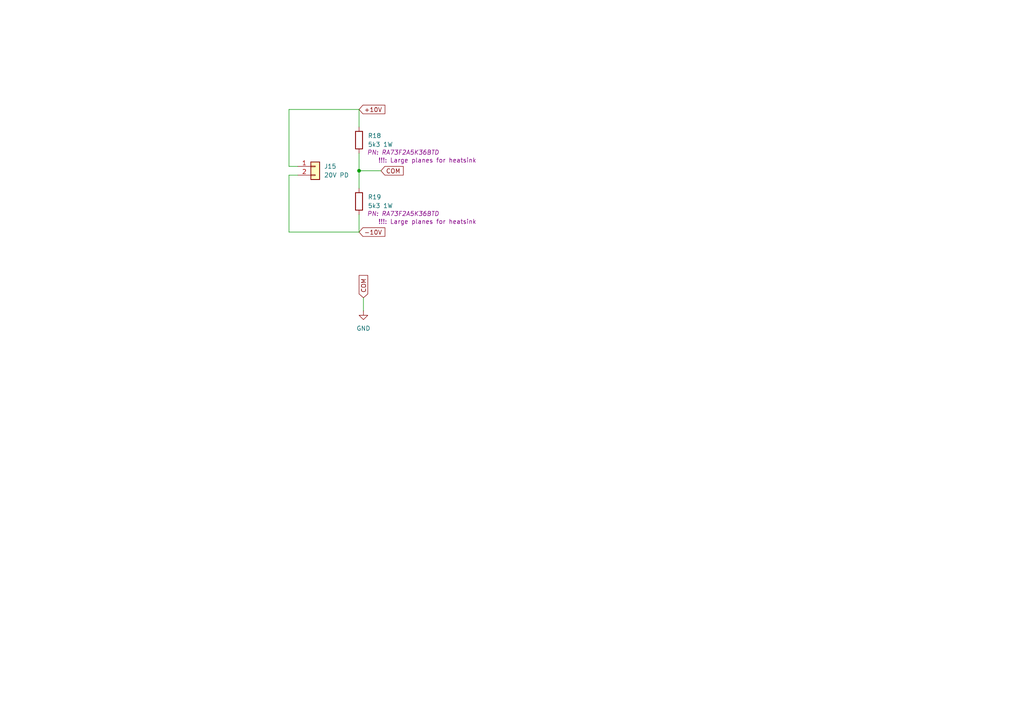
<source format=kicad_sch>
(kicad_sch (version 20231120) (generator "eeschema") (generator_version "8.0")
  (paper "A4")
  (title_block (title "Audio Thing Template") (rev "1.0") (company "velvia-fifty") (comment 1 "https://github.com/velvia-fifty/AudioThings") (comment 2 "You should have changed this already :)") (comment 4 "Stay humble"))
  (lib_symbols
    (symbol "Connector_Generic:Conn_01x02" (pin_names (offset 1.016) hide)
      (property "Reference" "J" (at 0 2.54 0))
      (property "Value" "Conn_01x02" (at 0 -5.08 0))
      (symbol "Conn_01x02_1_1"
        (rectangle (start -1.27 -2.413) (end 0 -2.667) (stroke (width 0.1524)))
        (rectangle (start -1.27 0.127) (end 0 -0.127) (stroke (width 0.1524)))
        (rectangle (start -1.27 1.27) (end 1.27 -3.81) (stroke (width 0.254)) (fill (type background)))
        (pin passive line (at -5.08 0 0) (length 3.81) (name "Pin_1") (number "1"))
        (pin passive line (at -5.08 -2.54 0) (length 3.81) (name "Pin_2") (number "2"))
      )
    )
    (symbol "Device:R" (pin_numbers hide) (pin_names (offset 0))
      (property "Reference" "R" (at 2.032 0 90))
      (property "Value" "R" (at 0 0 90))
      (symbol "R_0_1"
        (rectangle (start -1.016 -2.54) (end 1.016 2.54) (stroke (width 0.254)))
      )
      (symbol "R_1_1"
        (pin passive line (at 0 3.81 270) (length 1.27) (name "~") (number "1"))
        (pin passive line (at 0 -3.81 90) (length 1.27) (name "~") (number "2"))
      )
    )
    (symbol "power:GND" (power) (pin_numbers hide) (pin_names (offset 0) hide)
      (property "Value" "GND" (at 0 -3.81 0))
      (symbol "GND_0_1"
        (polyline (pts (xy 0 0) (xy 0 -1.27) (xy 1.27 -1.27) (xy 0 -2.54) (xy -1.27 -1.27) (xy 0 -1.27)))
      )
      (symbol "GND_1_1"
        (pin power_in line (at 0 0 270) (length 0) (name "~") (number "1"))
      )
    )
  )
  (junction (at 104.14 49.53))
  (wire (pts (xy 104.14 31.75) (xy 83.82 31.75)))
  (wire (pts (xy 104.14 49.53) (xy 104.14 44.45)))
  (wire (pts (xy 83.82 31.75) (xy 83.82 48.26)))
  (wire (pts (xy 104.14 54.61) (xy 104.14 49.53)))
  (wire (pts (xy 86.36 50.8) (xy 83.82 50.8)))
  (wire (pts (xy 104.14 49.53) (xy 110.49 49.53)))
  (wire (pts (xy 83.82 50.8) (xy 83.82 67.31)))
  (wire (pts (xy 83.82 67.31) (xy 104.14 67.31)))
  (wire (pts (xy 104.14 36.83) (xy 104.14 31.75)))
  (wire (pts (xy 104.14 67.31) (xy 104.14 62.23)))
  (wire (pts (xy 83.82 48.26) (xy 86.36 48.26)))
  (wire (pts (xy 105.41 86.36) (xy 105.41 90.17)))
  (global_label "COM" (shape input) (at 110.49 49.53 0) (property "Intersheetrefs" "${INTERSHEET_REFS}" (effects (hide yes))))
  (global_label "-10V" (shape input) (at 104.14 67.31 0) (property "Intersheetrefs" "${INTERSHEET_REFS}" (effects (hide yes))))
  (global_label "+10V" (shape input) (at 104.14 31.75 0) (property "Intersheetrefs" "${INTERSHEET_REFS}" (effects (hide yes))))
  (global_label "COM" (shape input) (at 105.41 86.36 90) (property "Intersheetrefs" "${INTERSHEET_REFS}" (effects (hide yes))))
  (symbol (lib_id "Connector_Generic:Conn_01x02") (at 91.44 48.26 0) (unit 1)
    (property "Reference" "J15" (at 93.98 48.2599 0) (effects (justify left)))
    (property "Value" "20V PD" (at 93.98 50.7999 0) (effects (justify left)))
    (property "Footprint" "Connector_JST:JST_EH_B2B-EH-A_1x02_P2.50mm_Vertical" (effects (hide yes)))
    (property "Description" "Generic connector, single row, 01x02, script generated (kicad-library-utils/schlib/autogen/connector/)" (effects (hide yes)))
  )
  (symbol (lib_id "Device:R") (at 104.14 40.64 0) (unit 1)
    (property "Reference" "R18" (at 106.68 39.3699 0) (effects (justify left)))
    (property "Value" "5k3 1W" (at 106.68 41.9099 0) (effects (justify left)))
    (property "Footprint" "PCM_Resistor_SMD_AKL:R_0805_2012Metric_Pad1.20x1.40mm" (effects (hide yes)))
    (property "Description" "Resistor" (effects (hide yes)))
    (property "PN" "RA73F2A5K36BTD" (at 116.84 44.196 0) (show_name yes) (effects (font (italic yes))))
    (property "!!!" "Large planes for heatsink" (at 123.952 46.482 0) (show_name yes))
  )
  (symbol (lib_id "power:GND") (at 105.41 90.17 0) (unit 1)
    (property "Reference" "#PWR027" (effects (hide yes)))
    (property "Value" "GND" (at 105.41 95.25 0))
    (property "Description" "Power symbol creates a global label with name \"GND\" , ground" (effects (hide yes)))
  )
  (symbol (lib_id "Device:R") (at 104.14 58.42 0) (unit 1)
    (property "Reference" "R19" (at 106.68 57.1499 0) (effects (justify left)))
    (property "Value" "5k3 1W" (at 106.68 59.6899 0) (effects (justify left)))
    (property "Footprint" "PCM_Resistor_SMD_AKL:R_0805_2012Metric_Pad1.20x1.40mm" (effects (hide yes)))
    (property "Description" "Resistor" (effects (hide yes)))
    (property "PN" "RA73F2A5K36BTD" (at 116.84 61.976 0) (show_name yes) (effects (font (italic yes))))
    (property "!!!" "Large planes for heatsink" (at 123.952 64.262 0) (show_name yes))
  )
)
</source>
